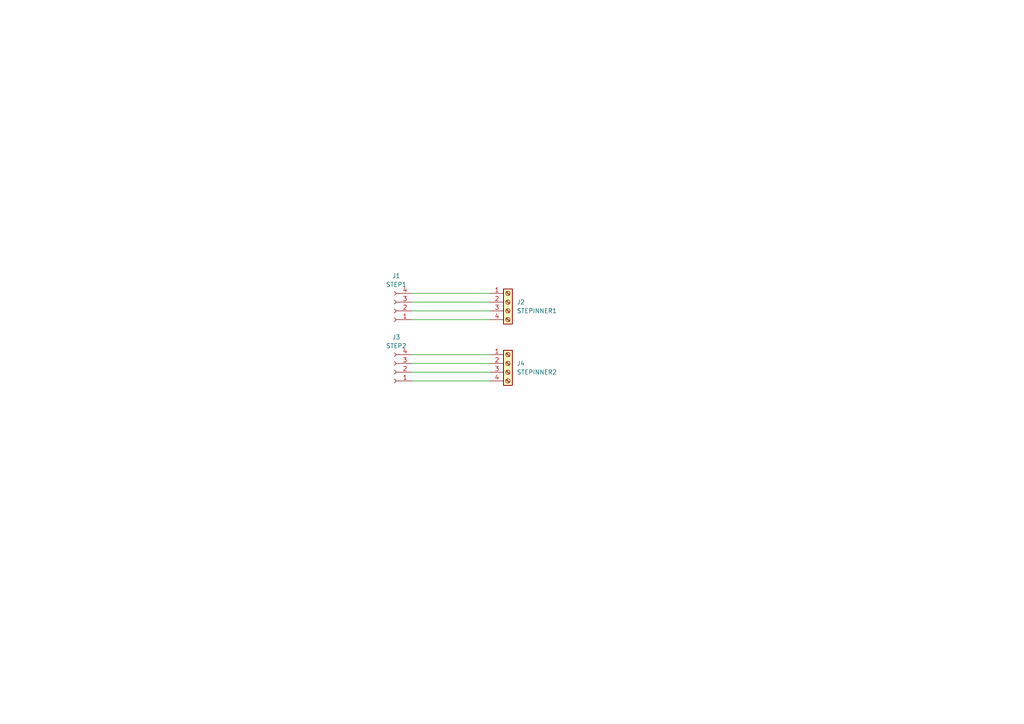
<source format=kicad_sch>
(kicad_sch (version 20230121) (generator eeschema)
  (paper "A4")
  (lib_symbols
    (symbol "Connector:Conn_01x04_Socket" (pin_names (offset 1.016) hide)
      (property "Reference" "J" (at 0 5.08 0))
      (property "Value" "Conn_01x04_Socket" (at 0 -7.62 0))
      (symbol "Conn_01x04_Socket_1_1"
        (arc (start 0 -4.572) (mid -0.5058 -5.08) (end 0 -5.588) (stroke (width 0.1524)))
        (arc (start 0 -2.032) (mid -0.5058 -2.54) (end 0 -3.048) (stroke (width 0.1524)))
        (polyline (pts (xy -1.27 -5.08) (xy -0.508 -5.08)) (stroke (width 0.1524)))
        (polyline (pts (xy -1.27 -2.54) (xy -0.508 -2.54)) (stroke (width 0.1524)))
        (polyline (pts (xy -1.27 0) (xy -0.508 0)) (stroke (width 0.1524)))
        (polyline (pts (xy -1.27 2.54) (xy -0.508 2.54)) (stroke (width 0.1524)))
        (arc (start 0 0.508) (mid -0.5058 0) (end 0 -0.508) (stroke (width 0.1524)))
        (arc (start 0 3.048) (mid -0.5058 2.54) (end 0 2.032) (stroke (width 0.1524)))
        (pin passive line (at -5.08 2.54 0) (length 3.81) (name "Pin_1") (number "1"))
        (pin passive line (at -5.08 0 0) (length 3.81) (name "Pin_2") (number "2"))
        (pin passive line (at -5.08 -2.54 0) (length 3.81) (name "Pin_3") (number "3"))
        (pin passive line (at -5.08 -5.08 0) (length 3.81) (name "Pin_4") (number "4"))
      )
    )
    (symbol "Connector:Screw_Terminal_01x04" (pin_names (offset 1.016) hide)
      (property "Reference" "J" (at 0 5.08 0))
      (property "Value" "Screw_Terminal_01x04" (at 0 -7.62 0))
      (symbol "Screw_Terminal_01x04_1_1"
        (rectangle (start -1.27 3.81) (end 1.27 -6.35) (stroke (width 0.254)) (fill (type background)))
        (circle (center 0 -5.08) (radius 0.635) (stroke (width 0.1524)))
        (circle (center 0 -2.54) (radius 0.635) (stroke (width 0.1524)))
        (polyline (pts (xy -0.5334 -4.7498) (xy 0.3302 -5.588)) (stroke (width 0.1524)))
        (polyline (pts (xy -0.5334 -2.2098) (xy 0.3302 -3.048)) (stroke (width 0.1524)))
        (polyline (pts (xy -0.5334 0.3302) (xy 0.3302 -0.508)) (stroke (width 0.1524)))
        (polyline (pts (xy -0.5334 2.8702) (xy 0.3302 2.032)) (stroke (width 0.1524)))
        (polyline (pts (xy -0.3556 -4.572) (xy 0.508 -5.4102)) (stroke (width 0.1524)))
        (polyline (pts (xy -0.3556 -2.032) (xy 0.508 -2.8702)) (stroke (width 0.1524)))
        (polyline (pts (xy -0.3556 0.508) (xy 0.508 -0.3302)) (stroke (width 0.1524)))
        (polyline (pts (xy -0.3556 3.048) (xy 0.508 2.2098)) (stroke (width 0.1524)))
        (circle (center 0 0) (radius 0.635) (stroke (width 0.1524)))
        (circle (center 0 2.54) (radius 0.635) (stroke (width 0.1524)))
        (pin passive line (at -5.08 2.54 0) (length 3.81) (name "Pin_1") (number "1"))
        (pin passive line (at -5.08 0 0) (length 3.81) (name "Pin_2") (number "2"))
        (pin passive line (at -5.08 -2.54 0) (length 3.81) (name "Pin_3") (number "3"))
        (pin passive line (at -5.08 -5.08 0) (length 3.81) (name "Pin_4") (number "4"))
      )
    )
  )
  (wire (pts (xy 119.38 110.49) (xy 142.24 110.49)))
  (wire (pts (xy 119.38 107.95) (xy 142.24 107.95)))
  (wire (pts (xy 119.38 90.17) (xy 142.24 90.17)))
  (wire (pts (xy 119.38 92.71) (xy 142.24 92.71)))
  (wire (pts (xy 119.38 105.41) (xy 142.24 105.41)))
  (wire (pts (xy 119.38 102.87) (xy 142.24 102.87)))
  (wire (pts (xy 119.38 85.09) (xy 142.24 85.09)))
  (wire (pts (xy 119.38 87.63) (xy 142.24 87.63)))
  (symbol (lib_id "Connector:Conn_01x04_Socket") (at 114.3 90.17 180) (unit 1)
    (property "Reference" "J1" (at 114.935 80.01 0))
    (property "Value" "STEP1" (at 114.935 82.55 0))
    (property "Footprint" "Connector_Molex:Molex_CLIK-Mate_502382-0470_1x04-1MP_P1.25mm_Vertical" (effects hide))
  )
  (symbol (lib_id "Connector:Screw_Terminal_01x04") (at 147.32 87.63 0) (unit 1)
    (property "Reference" "J2" (at 149.86 87.63 0) (effects (justify left)))
    (property "Value" "STEPINNER1" (at 149.86 90.17 0) (effects (justify left)))
    (property "Footprint" "TerminalBlock:TerminalBlock_Altech_AK300-4_P5.00mm" (effects hide))
  )
  (symbol (lib_id "Connector:Conn_01x04_Socket") (at 114.3 107.95 180) (unit 1)
    (property "Reference" "J3" (at 114.935 97.79 0))
    (property "Value" "STEP2" (at 114.935 100.33 0))
    (property "Footprint" "Connector_Molex:Molex_CLIK-Mate_502382-0470_1x04-1MP_P1.25mm_Vertical" (effects hide))
  )
  (symbol (lib_id "Connector:Screw_Terminal_01x04") (at 147.32 105.41 0) (unit 1)
    (property "Reference" "J4" (at 149.86 105.41 0) (effects (justify left)))
    (property "Value" "STEPINNER2" (at 149.86 107.95 0) (effects (justify left)))
    (property "Footprint" "TerminalBlock:TerminalBlock_Altech_AK300-4_P5.00mm" (effects hide))
  )
)
</source>
